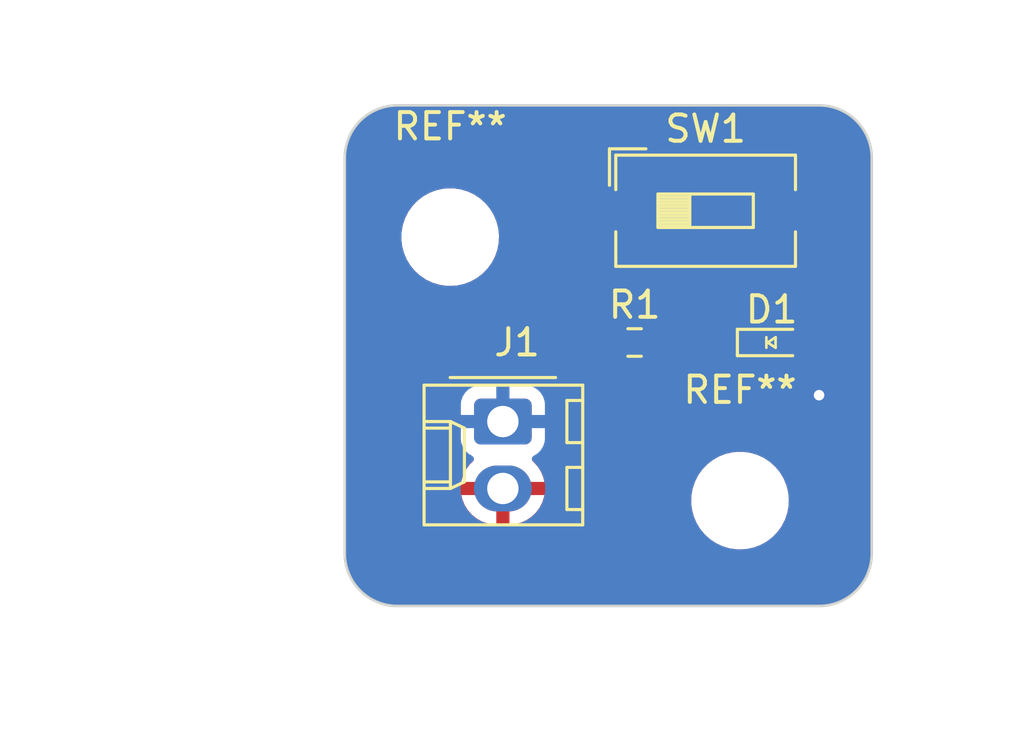
<source format=kicad_pcb>
(kicad_pcb (version 20221018) (generator pcbnew)
  (title_block (title "LED Circuit") (date "2023-09-07") (rev "1.0") (company "Illini Solar Car") (comment 1 "Designed By: Oscar Li"))
  (layers (0 "F.Cu" signal) (31 "B.Cu" signal) (34 "B.Paste" user) (35 "F.Paste" user) (36 "B.SilkS" user "B.Silkscreen") (37 "F.SilkS" user "F.Silkscreen") (38 "B.Mask" user) (39 "F.Mask" user) (44 "Edge.Cuts" user))
  (net 0 "")
  (net 1 "GND")
  (net 2 "Net-(D1-A)")
  (net 3 "+3V3")
  (net 4 "Net-(R1-Pad1)")
  (footprint "Connector_Molex:Molex_KK-254_AE-6410-02A_1x02_P2.54mm_Vertical" (layer "F.Cu") (at 96 103 -90)
    (fp_text reference "J1" (at -3 -0.54 -180) (layer "F.SilkS"))
    (fp_text value "Conn_01x02")
    (fp_line (start -1.67 -2) (end -1.67 2) (stroke (width 0.12)) (layer "F.SilkS"))
    (fp_line (start -1.38 -3.03) (end -1.38 2.99) (stroke (width 0.12)) (layer "F.SilkS"))
    (fp_line (start -1.38 2.99) (end 3.92 2.99) (stroke (width 0.12)) (layer "F.SilkS"))
    (fp_line (start -0.8 -3.03) (end -0.8 -2.43) (stroke (width 0.12)) (layer "F.SilkS"))
    (fp_line (start -0.8 -2.43) (end 0.8 -2.43) (stroke (width 0.12)) (layer "F.SilkS"))
    (fp_line (start 0 1.99) (end 0.25 1.46) (stroke (width 0.12)) (layer "F.SilkS"))
    (fp_line (start 0 1.99) (end 2.54 1.99) (stroke (width 0.12)) (layer "F.SilkS"))
    (fp_line (start 0 2.99) (end 0 1.99) (stroke (width 0.12)) (layer "F.SilkS"))
    (fp_line (start 0.25 1.46) (end 2.29 1.46) (stroke (width 0.12)) (layer "F.SilkS"))
    (fp_line (start 0.25 2.99) (end 0.25 1.99) (stroke (width 0.12)) (layer "F.SilkS"))
    (fp_line (start 0.8 -2.43) (end 0.8 -3.03) (stroke (width 0.12)) (layer "F.SilkS"))
    (fp_line (start 1.74 -3.03) (end 1.74 -2.43) (stroke (width 0.12)) (layer "F.SilkS"))
    (fp_line (start 1.74 -2.43) (end 3.34 -2.43) (stroke (width 0.12)) (layer "F.SilkS"))
    (fp_line (start 2.29 1.46) (end 2.54 1.99) (stroke (width 0.12)) (layer "F.SilkS"))
    (fp_line (start 2.29 2.99) (end 2.29 1.99) (stroke (width 0.12)) (layer "F.SilkS"))
    (fp_line (start 2.54 1.99) (end 2.54 2.99) (stroke (width 0.12)) (layer "F.SilkS"))
    (fp_line (start 3.34 -2.43) (end 3.34 -3.03) (stroke (width 0.12)) (layer "F.SilkS"))
    (fp_line (start 3.92 -3.03) (end -1.38 -3.03) (stroke (width 0.12)) (layer "F.SilkS"))
    (fp_line (start 3.92 2.99) (end 3.92 -3.03) (stroke (width 0.12)) (layer "F.SilkS"))
    (pad "1" thru_hole roundrect (at 0 0 270) (size 1.74 2.19) (drill 1.19) (layers "*.Cu" "*.Mask") (roundrect_rratio 0.143678) (net 1 "GND"))
    (pad "2" thru_hole oval (at 2.54 0 270) (size 1.74 2.19) (drill 1.19) (layers "*.Cu" "*.Mask") (net 3 "+3V3"))
  )
  (footprint "layout:LED_0603_Symbol_on_F.SilkS" (layer "F.Cu") (at 106.2 100)
    (fp_text reference "D1" (at 0 -1.25) (layer "F.SilkS"))
    (fp_text value "LED_RED")
    (fp_line (start -1.3 -0.5) (end -1.3 0.5) (stroke (width 0.12)) (layer "F.SilkS"))
    (fp_line (start -1.3 -0.5) (end 0.8 -0.5) (stroke (width 0.12)) (layer "F.SilkS"))
    (fp_line (start -1.3 0.5) (end 0.8 0.5) (stroke (width 0.12)) (layer "F.SilkS"))
    (fp_line (start -0.2 -0.2) (end -0.2 0.2) (stroke (width 0.1)) (layer "F.SilkS"))
    (fp_line (start -0.15 0) (end 0.15 -0.2) (stroke (width 0.1)) (layer "F.SilkS"))
    (fp_line (start 0.15 -0.2) (end 0.15 0.2) (stroke (width 0.1)) (layer "F.SilkS"))
    (fp_line (start 0.15 0.2) (end -0.15 0) (stroke (width 0.1)) (layer "F.SilkS"))
    (pad "1" smd rect (at -0.8 0 180) (size 0.8 0.8) (layers "F.Cu" "F.Paste" "F.Mask") (net 1 "GND"))
    (pad "2" smd rect (at 0.8 0 180) (size 0.8 0.8) (layers "F.Cu" "F.Paste" "F.Mask") (net 2 "Net-(D1-A)"))
  )
  (footprint "MountingHole:MountingHole_3.2mm_M3" (layer "F.Cu") (at 105 106)
    (fp_text reference "REF**" (at 0 -4.2) (layer "F.SilkS"))
    (fp_text value "MountingHole_3.2mm_M3")
    (pad "" np_thru_hole circle (at 0 0) (size 3.2 3.2) (drill 3.2) (layers "F&B.Cu" "*.Mask"))
  )
  (footprint "MountingHole:MountingHole_3.2mm_M3" (layer "F.Cu") (at 94 96)
    (fp_text reference "REF**" (at 0 -4.2) (layer "F.SilkS"))
    (fp_text value "MountingHole_3.2mm_M3")
    (pad "" np_thru_hole circle (at 0 0) (size 3.2 3.2) (drill 3.2) (layers "*.Cu" "*.Mask"))
  )
  (footprint "Button_Switch_SMD:SW_DIP_SPSTx01_Slide_6.7x4.1mm_W8.61mm_P2.54mm_LowProfile" (layer "F.Cu") (at 103.695 95)
    (fp_text reference "SW1" (at 0 -3.11) (layer "F.SilkS"))
    (fp_text value "SW_Push")
    (fp_line (start -3.65 -2.35) (end -3.65 -0.967) (stroke (width 0.12)) (layer "F.SilkS"))
    (fp_line (start -3.65 -2.35) (end -2.267 -2.35) (stroke (width 0.12)) (layer "F.SilkS"))
    (fp_line (start -3.41 -2.11) (end -3.41 -0.8) (stroke (width 0.12)) (layer "F.SilkS"))
    (fp_line (start -3.41 -2.11) (end 3.41 -2.11) (stroke (width 0.12)) (layer "F.SilkS"))
    (fp_line (start -3.41 0.8) (end -3.41 2.11) (stroke (width 0.12)) (layer "F.SilkS"))
    (fp_line (start -3.41 2.11) (end 3.41 2.11) (stroke (width 0.12)) (layer "F.SilkS"))
    (fp_line (start -1.81 -0.635) (end -1.81 0.635) (stroke (width 0.12)) (layer "F.SilkS"))
    (fp_line (start -1.81 -0.515) (end -0.603333 -0.515) (stroke (width 0.12)) (layer "F.SilkS"))
    (fp_line (start -1.81 -0.395) (end -0.603333 -0.395) (stroke (width 0.12)) (layer "F.SilkS"))
    (fp_line (start -1.81 -0.275) (end -0.603333 -0.275) (stroke (width 0.12)) (layer "F.SilkS"))
    (fp_line (start -1.81 -0.155) (end -0.603333 -0.155) (stroke (width 0.12)) (layer "F.SilkS"))
    (fp_line (start -1.81 -0.035) (end -0.603333 -0.035) (stroke (width 0.12)) (layer "F.SilkS"))
    (fp_line (start -1.81 0.085) (end -0.603333 0.085) (stroke (width 0.12)) (layer "F.SilkS"))
    (fp_line (start -1.81 0.205) (end -0.603333 0.205) (stroke (width 0.12)) (layer "F.SilkS"))
    (fp_line (start -1.81 0.325) (end -0.603333 0.325) (stroke (width 0.12)) (layer "F.SilkS"))
    (fp_line (start -1.81 0.445) (end -0.603333 0.445) (stroke (width 0.12)) (layer "F.SilkS"))
    (fp_line (start -1.81 0.565) (end -0.603333 0.565) (stroke (width 0.12)) (layer "F.SilkS"))
    (fp_line (start -1.81 0.635) (end 1.81 0.635) (stroke (width 0.12)) (layer "F.SilkS"))
    (fp_line (start -0.603333 -0.635) (end -0.603333 0.635) (stroke (width 0.12)) (layer "F.SilkS"))
    (fp_line (start 1.81 -0.635) (end -1.81 -0.635) (stroke (width 0.12)) (layer "F.SilkS"))
    (fp_line (start 1.81 0.635) (end 1.81 -0.635) (stroke (width 0.12)) (layer "F.SilkS"))
    (fp_line (start 3.41 -2.11) (end 3.41 -0.8) (stroke (width 0.12)) (layer "F.SilkS"))
    (fp_line (start 3.41 0.8) (end 3.41 2.11) (stroke (width 0.12)) (layer "F.SilkS"))
    (pad "1" smd rect (at -4.305 0) (size 2.44 1.12) (layers "F.Cu" "F.Paste" "F.Mask") (net 3 "+3V3"))
    (pad "2" smd rect (at 4.305 0) (size 2.44 1.12) (layers "F.Cu" "F.Paste" "F.Mask") (net 4 "Net-(R1-Pad1)"))
  )
  (footprint "Resistor_SMD:R_0603_1608Metric_Pad0.98x0.95mm_HandSolder" (layer "F.Cu") (at 101 100)
    (fp_text reference "R1" (at 0 -1.43) (layer "F.SilkS"))
    (fp_text value "105")
    (fp_line (start -0.254724 -0.5225) (end 0.254724 -0.5225) (stroke (width 0.12)) (layer "F.SilkS"))
    (fp_line (start -0.254724 0.5225) (end 0.254724 0.5225) (stroke (width 0.12)) (layer "F.SilkS"))
    (pad "1" smd roundrect (at -0.9125 0) (size 0.975 0.95) (layers "F.Cu" "F.Paste" "F.Mask") (net 4 "Net-(R1-Pad1)"))
    (pad "2" smd roundrect (at 0.9125 0) (size 0.975 0.95) (layers "F.Cu" "F.Paste" "F.Mask") (net 2 "Net-(D1-A)"))
  )
  (gr_arc (start 110 108) (mid 109.414214 109.414214) (end 108 110) (stroke (width 0.1)) (layer "Edge.Cuts"))
  (gr_arc (start 92 110) (mid 90.585786 109.414214) (end 90 108) (stroke (width 0.1)) (layer "Edge.Cuts"))
  (gr_line (start 92 91) (end 108 91) (stroke (width 0.1)) (layer "Edge.Cuts"))
  (gr_line (start 90 108) (end 90 93) (stroke (width 0.1)) (layer "Edge.Cuts"))
  (gr_line (start 110 93) (end 110 108) (stroke (width 0.1)) (layer "Edge.Cuts"))
  (gr_arc (start 108 91) (mid 109.414214 91.585786) (end 110 93) (stroke (width 0.1)) (layer "Edge.Cuts"))
  (gr_arc (start 90 93) (mid 90.585786 91.585786) (end 92 91) (stroke (width 0.1)) (layer "Edge.Cuts"))
  (gr_line (start 108 110) (end 92 110) (stroke (width 0.1)) (layer "Edge.Cuts"))
  (segment (start 106 102) (end 108 102) (width 0.25) (layer "F.Cu") (net 1))
  (segment (start 105.4 100) (end 105.4 101.4) (width 0.25) (layer "F.Cu") (net 1))
  (segment (start 105.4 101.4) (end 106 102) (width 0.25) (layer "F.Cu") (net 1))
  (via (at 108 102) (size 0.8) (drill 0.4) (layers "F.Cu" "B.Cu") (net 1))
  (segment (start 104.55 98.45) (end 106.45 98.45) (width 0.25) (layer "F.Cu") (net 2))
  (segment (start 106.45 98.45) (end 107 99) (width 0.25) (layer "F.Cu") (net 2))
  (segment (start 101.9125 100) (end 103 100) (width 0.25) (layer "F.Cu") (net 2))
  (segment (start 103 100) (end 104.55 98.45) (width 0.25) (layer "F.Cu") (net 2))
  (segment (start 107 99) (end 107 100) (width 0.25) (layer "F.Cu") (net 2))
  (segment (start 100 99) (end 101 98) (width 0.25) (layer "F.Cu") (net 4))
  (segment (start 108 97) (end 108 95) (width 0.25) (layer "F.Cu") (net 4))
  (segment (start 107 98) (end 108 97) (width 0.25) (layer "F.Cu") (net 4))
  (segment (start 100.0875 100) (end 100 99.9125) (width 0.25) (layer "F.Cu") (net 4))
  (segment (start 100 99.9125) (end 100 99) (width 0.25) (layer "F.Cu") (net 4))
  (segment (start 101 98) (end 107 98) (width 0.25) (layer "F.Cu") (net 4))
  (zone (net 3) (net_name "+3V3") (layer "F.Cu") (connect_pads (clearance 0.508)) (min_thickness 0.25) (fill yes (thermal_gap 0.5) (thermal_bridge_width 0.5))
    (polygon (pts (xy 90 91) (xy 110 91) (xy 110 110) (xy 90 110)))
  )
  (zone (net 1) (net_name "GND") (layer "B.Cu") (priority 1) (connect_pads (clearance 0.508)) (min_thickness 0.25) (fill yes (thermal_gap 0.5) (thermal_bridge_width 0.5))
    (polygon (pts (xy 110 91) (xy 110 110) (xy 90 110) (xy 90 91)))
  )
)
</source>
